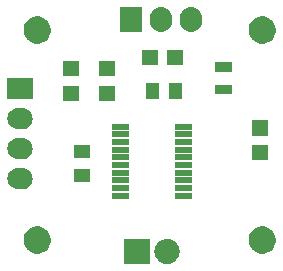
<source format=gts>
G04 #@! TF.FileFunction,Soldermask,Top*
%FSLAX46Y46*%
G04 Gerber Fmt 4.6, Leading zero omitted, Abs format (unit mm)*
G04 Created by KiCad (PCBNEW 4.0.2-stable) date Wednesday, January 18, 2017 'PMt' 01:23:50 PM*
%MOMM*%
G01*
G04 APERTURE LIST*
%ADD10C,0.100000*%
G04 APERTURE END LIST*
D10*
G36*
X143279963Y-104042321D02*
X143279968Y-104042323D01*
X143280010Y-104042327D01*
X143478902Y-104103894D01*
X143662047Y-104202921D01*
X143822470Y-104335634D01*
X143954060Y-104496980D01*
X144051806Y-104680812D01*
X144111983Y-104880129D01*
X144132300Y-105087338D01*
X144132300Y-105097696D01*
X144132211Y-105110501D01*
X144132210Y-105110507D01*
X144132196Y-105112557D01*
X144108988Y-105319462D01*
X144046034Y-105517919D01*
X143945731Y-105700369D01*
X143811901Y-105859861D01*
X143649640Y-105990322D01*
X143465130Y-106086782D01*
X143265398Y-106145566D01*
X143265362Y-106145569D01*
X143265353Y-106145572D01*
X143058055Y-106164438D01*
X142851037Y-106142679D01*
X142851032Y-106142677D01*
X142850990Y-106142673D01*
X142652098Y-106081106D01*
X142468953Y-105982079D01*
X142308530Y-105849366D01*
X142176940Y-105688020D01*
X142079194Y-105504188D01*
X142019017Y-105304871D01*
X141998700Y-105097662D01*
X141998700Y-105087304D01*
X141998789Y-105074499D01*
X141998790Y-105074493D01*
X141998804Y-105072443D01*
X142022012Y-104865538D01*
X142084966Y-104667081D01*
X142185269Y-104484631D01*
X142319099Y-104325139D01*
X142481360Y-104194678D01*
X142665870Y-104098218D01*
X142865602Y-104039434D01*
X142865638Y-104039431D01*
X142865647Y-104039428D01*
X143072945Y-104020562D01*
X143279963Y-104042321D01*
X143279963Y-104042321D01*
G37*
G36*
X141592300Y-106159300D02*
X139458700Y-106159300D01*
X139458700Y-104025700D01*
X141592300Y-104025700D01*
X141592300Y-106159300D01*
X141592300Y-106159300D01*
G37*
G36*
X132200877Y-102989964D02*
X132421944Y-103035344D01*
X132630000Y-103122802D01*
X132817100Y-103249003D01*
X132976124Y-103409140D01*
X133101013Y-103597115D01*
X133187015Y-103805770D01*
X133230781Y-104026809D01*
X133230781Y-104026814D01*
X133230849Y-104027158D01*
X133227250Y-104284931D01*
X133227173Y-104285269D01*
X133227173Y-104285278D01*
X133177251Y-104505010D01*
X133085459Y-104711178D01*
X132955366Y-104895596D01*
X132791932Y-105051232D01*
X132601380Y-105172161D01*
X132390971Y-105253773D01*
X132168718Y-105292962D01*
X131943080Y-105288235D01*
X131722662Y-105239774D01*
X131515851Y-105149420D01*
X131330535Y-105020622D01*
X131173762Y-104858279D01*
X131051506Y-104668574D01*
X130968424Y-104458734D01*
X130927686Y-104236765D01*
X130930836Y-104011102D01*
X130977759Y-103790347D01*
X131066664Y-103582915D01*
X131194169Y-103396699D01*
X131355413Y-103238797D01*
X131544259Y-103115220D01*
X131753510Y-103030677D01*
X131975193Y-102988389D01*
X132200877Y-102989964D01*
X132200877Y-102989964D01*
G37*
G36*
X151250877Y-102989964D02*
X151471944Y-103035344D01*
X151680000Y-103122802D01*
X151867100Y-103249003D01*
X152026124Y-103409140D01*
X152151013Y-103597115D01*
X152237015Y-103805770D01*
X152280781Y-104026809D01*
X152280781Y-104026814D01*
X152280849Y-104027158D01*
X152277250Y-104284931D01*
X152277173Y-104285269D01*
X152277173Y-104285278D01*
X152227251Y-104505010D01*
X152135459Y-104711178D01*
X152005366Y-104895596D01*
X151841932Y-105051232D01*
X151651380Y-105172161D01*
X151440971Y-105253773D01*
X151218718Y-105292962D01*
X150993080Y-105288235D01*
X150772662Y-105239774D01*
X150565851Y-105149420D01*
X150380535Y-105020622D01*
X150223762Y-104858279D01*
X150101506Y-104668574D01*
X150018424Y-104458734D01*
X149977686Y-104236765D01*
X149980836Y-104011102D01*
X150027759Y-103790347D01*
X150116664Y-103582915D01*
X150244169Y-103396699D01*
X150405413Y-103238797D01*
X150594259Y-103115220D01*
X150803510Y-103030677D01*
X151025193Y-102988389D01*
X151250877Y-102989964D01*
X151250877Y-102989964D01*
G37*
G36*
X145148300Y-100647500D02*
X143776700Y-100647500D01*
X143776700Y-100139500D01*
X145148300Y-100139500D01*
X145148300Y-100647500D01*
X145148300Y-100647500D01*
G37*
G36*
X139814300Y-100647500D02*
X138442700Y-100647500D01*
X138442700Y-100139500D01*
X139814300Y-100139500D01*
X139814300Y-100647500D01*
X139814300Y-100647500D01*
G37*
G36*
X145148300Y-100012500D02*
X143776700Y-100012500D01*
X143776700Y-99504500D01*
X145148300Y-99504500D01*
X145148300Y-100012500D01*
X145148300Y-100012500D01*
G37*
G36*
X139814300Y-100012500D02*
X138442700Y-100012500D01*
X138442700Y-99504500D01*
X139814300Y-99504500D01*
X139814300Y-100012500D01*
X139814300Y-100012500D01*
G37*
G36*
X130787773Y-98018674D02*
X130787779Y-98018675D01*
X130789829Y-98018689D01*
X130967176Y-98038582D01*
X131137282Y-98092543D01*
X131293668Y-98178516D01*
X131430376Y-98293228D01*
X131542199Y-98432308D01*
X131624879Y-98590460D01*
X131675265Y-98761659D01*
X131675268Y-98761690D01*
X131675272Y-98761704D01*
X131691441Y-98939380D01*
X131672792Y-99116818D01*
X131672791Y-99116823D01*
X131672786Y-99116866D01*
X131620014Y-99287344D01*
X131535134Y-99444326D01*
X131421380Y-99581831D01*
X131283083Y-99694623D01*
X131125513Y-99778405D01*
X130954670Y-99829985D01*
X130777062Y-99847400D01*
X130461903Y-99847400D01*
X130451227Y-99847326D01*
X130451221Y-99847325D01*
X130449171Y-99847311D01*
X130271824Y-99827418D01*
X130101718Y-99773457D01*
X129945332Y-99687484D01*
X129808624Y-99572772D01*
X129696801Y-99433692D01*
X129614121Y-99275540D01*
X129563735Y-99104341D01*
X129563732Y-99104310D01*
X129563728Y-99104296D01*
X129547559Y-98926620D01*
X129566208Y-98749182D01*
X129566209Y-98749177D01*
X129566214Y-98749134D01*
X129618986Y-98578656D01*
X129703866Y-98421674D01*
X129817620Y-98284169D01*
X129955917Y-98171377D01*
X130113487Y-98087595D01*
X130284330Y-98036015D01*
X130461938Y-98018600D01*
X130777097Y-98018600D01*
X130787773Y-98018674D01*
X130787773Y-98018674D01*
G37*
G36*
X139814300Y-99352100D02*
X138442700Y-99352100D01*
X138442700Y-98844100D01*
X139814300Y-98844100D01*
X139814300Y-99352100D01*
X139814300Y-99352100D01*
G37*
G36*
X145148300Y-99352100D02*
X143776700Y-99352100D01*
X143776700Y-98844100D01*
X145148300Y-98844100D01*
X145148300Y-99352100D01*
X145148300Y-99352100D01*
G37*
G36*
X136565800Y-99213800D02*
X135214200Y-99213800D01*
X135214200Y-98112200D01*
X136565800Y-98112200D01*
X136565800Y-99213800D01*
X136565800Y-99213800D01*
G37*
G36*
X145148300Y-98717100D02*
X143776700Y-98717100D01*
X143776700Y-98209100D01*
X145148300Y-98209100D01*
X145148300Y-98717100D01*
X145148300Y-98717100D01*
G37*
G36*
X139814300Y-98717100D02*
X138442700Y-98717100D01*
X138442700Y-98209100D01*
X139814300Y-98209100D01*
X139814300Y-98717100D01*
X139814300Y-98717100D01*
G37*
G36*
X139814300Y-98056700D02*
X138442700Y-98056700D01*
X138442700Y-97548700D01*
X139814300Y-97548700D01*
X139814300Y-98056700D01*
X139814300Y-98056700D01*
G37*
G36*
X145148300Y-98056700D02*
X143776700Y-98056700D01*
X143776700Y-97548700D01*
X145148300Y-97548700D01*
X145148300Y-98056700D01*
X145148300Y-98056700D01*
G37*
G36*
X145148300Y-97396300D02*
X143776700Y-97396300D01*
X143776700Y-96888300D01*
X145148300Y-96888300D01*
X145148300Y-97396300D01*
X145148300Y-97396300D01*
G37*
G36*
X139814300Y-97396300D02*
X138442700Y-97396300D01*
X138442700Y-96888300D01*
X139814300Y-96888300D01*
X139814300Y-97396300D01*
X139814300Y-97396300D01*
G37*
G36*
X151589740Y-97393760D02*
X150289260Y-97393760D01*
X150289260Y-96093280D01*
X151589740Y-96093280D01*
X151589740Y-97393760D01*
X151589740Y-97393760D01*
G37*
G36*
X130787773Y-95478674D02*
X130787779Y-95478675D01*
X130789829Y-95478689D01*
X130967176Y-95498582D01*
X131137282Y-95552543D01*
X131293668Y-95638516D01*
X131430376Y-95753228D01*
X131542199Y-95892308D01*
X131624879Y-96050460D01*
X131675265Y-96221659D01*
X131675268Y-96221690D01*
X131675272Y-96221704D01*
X131691441Y-96399380D01*
X131672792Y-96576818D01*
X131672791Y-96576823D01*
X131672786Y-96576866D01*
X131620014Y-96747344D01*
X131535134Y-96904326D01*
X131421380Y-97041831D01*
X131283083Y-97154623D01*
X131125513Y-97238405D01*
X130954670Y-97289985D01*
X130777062Y-97307400D01*
X130461903Y-97307400D01*
X130451227Y-97307326D01*
X130451221Y-97307325D01*
X130449171Y-97307311D01*
X130271824Y-97287418D01*
X130101718Y-97233457D01*
X129945332Y-97147484D01*
X129808624Y-97032772D01*
X129696801Y-96893692D01*
X129614121Y-96735540D01*
X129563735Y-96564341D01*
X129563732Y-96564310D01*
X129563728Y-96564296D01*
X129547559Y-96386620D01*
X129566208Y-96209182D01*
X129566209Y-96209177D01*
X129566214Y-96209134D01*
X129618986Y-96038656D01*
X129703866Y-95881674D01*
X129817620Y-95744169D01*
X129955917Y-95631377D01*
X130113487Y-95547595D01*
X130284330Y-95496015D01*
X130461938Y-95478600D01*
X130777097Y-95478600D01*
X130787773Y-95478674D01*
X130787773Y-95478674D01*
G37*
G36*
X136565800Y-97213800D02*
X135214200Y-97213800D01*
X135214200Y-96112200D01*
X136565800Y-96112200D01*
X136565800Y-97213800D01*
X136565800Y-97213800D01*
G37*
G36*
X145148300Y-96761300D02*
X143776700Y-96761300D01*
X143776700Y-96253300D01*
X145148300Y-96253300D01*
X145148300Y-96761300D01*
X145148300Y-96761300D01*
G37*
G36*
X139814300Y-96761300D02*
X138442700Y-96761300D01*
X138442700Y-96253300D01*
X139814300Y-96253300D01*
X139814300Y-96761300D01*
X139814300Y-96761300D01*
G37*
G36*
X145148300Y-96100900D02*
X143776700Y-96100900D01*
X143776700Y-95592900D01*
X145148300Y-95592900D01*
X145148300Y-96100900D01*
X145148300Y-96100900D01*
G37*
G36*
X139814300Y-96100900D02*
X138442700Y-96100900D01*
X138442700Y-95592900D01*
X139814300Y-95592900D01*
X139814300Y-96100900D01*
X139814300Y-96100900D01*
G37*
G36*
X139814300Y-95440500D02*
X138442700Y-95440500D01*
X138442700Y-94932500D01*
X139814300Y-94932500D01*
X139814300Y-95440500D01*
X139814300Y-95440500D01*
G37*
G36*
X145148300Y-95440500D02*
X143776700Y-95440500D01*
X143776700Y-94932500D01*
X145148300Y-94932500D01*
X145148300Y-95440500D01*
X145148300Y-95440500D01*
G37*
G36*
X151589740Y-95295720D02*
X150289260Y-95295720D01*
X150289260Y-93995240D01*
X151589740Y-93995240D01*
X151589740Y-95295720D01*
X151589740Y-95295720D01*
G37*
G36*
X139814300Y-94805500D02*
X138442700Y-94805500D01*
X138442700Y-94297500D01*
X139814300Y-94297500D01*
X139814300Y-94805500D01*
X139814300Y-94805500D01*
G37*
G36*
X145148300Y-94805500D02*
X143776700Y-94805500D01*
X143776700Y-94297500D01*
X145148300Y-94297500D01*
X145148300Y-94805500D01*
X145148300Y-94805500D01*
G37*
G36*
X130787773Y-92938674D02*
X130787779Y-92938675D01*
X130789829Y-92938689D01*
X130967176Y-92958582D01*
X131137282Y-93012543D01*
X131293668Y-93098516D01*
X131430376Y-93213228D01*
X131542199Y-93352308D01*
X131624879Y-93510460D01*
X131675265Y-93681659D01*
X131675268Y-93681690D01*
X131675272Y-93681704D01*
X131691441Y-93859380D01*
X131672792Y-94036818D01*
X131672791Y-94036823D01*
X131672786Y-94036866D01*
X131620014Y-94207344D01*
X131535134Y-94364326D01*
X131421380Y-94501831D01*
X131283083Y-94614623D01*
X131125513Y-94698405D01*
X130954670Y-94749985D01*
X130777062Y-94767400D01*
X130461903Y-94767400D01*
X130451227Y-94767326D01*
X130451221Y-94767325D01*
X130449171Y-94767311D01*
X130271824Y-94747418D01*
X130101718Y-94693457D01*
X129945332Y-94607484D01*
X129808624Y-94492772D01*
X129696801Y-94353692D01*
X129614121Y-94195540D01*
X129563735Y-94024341D01*
X129563732Y-94024310D01*
X129563728Y-94024296D01*
X129547559Y-93846620D01*
X129566208Y-93669182D01*
X129566209Y-93669177D01*
X129566214Y-93669134D01*
X129618986Y-93498656D01*
X129703866Y-93341674D01*
X129817620Y-93204169D01*
X129955917Y-93091377D01*
X130113487Y-93007595D01*
X130284330Y-92956015D01*
X130461938Y-92938600D01*
X130777097Y-92938600D01*
X130787773Y-92938674D01*
X130787773Y-92938674D01*
G37*
G36*
X135587740Y-92377260D02*
X134287260Y-92377260D01*
X134287260Y-91076780D01*
X135587740Y-91076780D01*
X135587740Y-92377260D01*
X135587740Y-92377260D01*
G37*
G36*
X138635740Y-92377260D02*
X137335260Y-92377260D01*
X137335260Y-91076780D01*
X138635740Y-91076780D01*
X138635740Y-92377260D01*
X138635740Y-92377260D01*
G37*
G36*
X131686300Y-92227400D02*
X129552700Y-92227400D01*
X129552700Y-90398600D01*
X131686300Y-90398600D01*
X131686300Y-92227400D01*
X131686300Y-92227400D01*
G37*
G36*
X144362300Y-92179300D02*
X143260700Y-92179300D01*
X143260700Y-90827700D01*
X144362300Y-90827700D01*
X144362300Y-92179300D01*
X144362300Y-92179300D01*
G37*
G36*
X142362300Y-92179300D02*
X141260700Y-92179300D01*
X141260700Y-90827700D01*
X142362300Y-90827700D01*
X142362300Y-92179300D01*
X142362300Y-92179300D01*
G37*
G36*
X148528800Y-91774800D02*
X147127200Y-91774800D01*
X147127200Y-90973200D01*
X148528800Y-90973200D01*
X148528800Y-91774800D01*
X148528800Y-91774800D01*
G37*
G36*
X138635740Y-90279220D02*
X137335260Y-90279220D01*
X137335260Y-88978740D01*
X138635740Y-88978740D01*
X138635740Y-90279220D01*
X138635740Y-90279220D01*
G37*
G36*
X135587740Y-90279220D02*
X134287260Y-90279220D01*
X134287260Y-88978740D01*
X135587740Y-88978740D01*
X135587740Y-90279220D01*
X135587740Y-90279220D01*
G37*
G36*
X148528800Y-89874800D02*
X147127200Y-89874800D01*
X147127200Y-89073200D01*
X148528800Y-89073200D01*
X148528800Y-89874800D01*
X148528800Y-89874800D01*
G37*
G36*
X142285720Y-89359740D02*
X140985240Y-89359740D01*
X140985240Y-88059260D01*
X142285720Y-88059260D01*
X142285720Y-89359740D01*
X142285720Y-89359740D01*
G37*
G36*
X144383760Y-89359740D02*
X143083280Y-89359740D01*
X143083280Y-88059260D01*
X144383760Y-88059260D01*
X144383760Y-89359740D01*
X144383760Y-89359740D01*
G37*
G36*
X151250877Y-85209964D02*
X151471944Y-85255344D01*
X151680000Y-85342802D01*
X151867100Y-85469003D01*
X152026124Y-85629140D01*
X152151013Y-85817115D01*
X152237015Y-86025770D01*
X152280781Y-86246809D01*
X152280781Y-86246814D01*
X152280849Y-86247158D01*
X152277250Y-86504931D01*
X152277173Y-86505269D01*
X152277173Y-86505278D01*
X152227251Y-86725010D01*
X152135459Y-86931178D01*
X152005366Y-87115596D01*
X151841932Y-87271232D01*
X151651380Y-87392161D01*
X151440971Y-87473773D01*
X151218718Y-87512962D01*
X150993080Y-87508235D01*
X150772662Y-87459774D01*
X150565851Y-87369420D01*
X150380535Y-87240622D01*
X150223762Y-87078279D01*
X150101506Y-86888574D01*
X150018424Y-86678734D01*
X149977686Y-86456765D01*
X149980836Y-86231102D01*
X150027759Y-86010347D01*
X150116664Y-85802915D01*
X150244169Y-85616699D01*
X150405413Y-85458797D01*
X150594259Y-85335220D01*
X150803510Y-85250677D01*
X151025193Y-85208389D01*
X151250877Y-85209964D01*
X151250877Y-85209964D01*
G37*
G36*
X132200877Y-85209964D02*
X132421944Y-85255344D01*
X132630000Y-85342802D01*
X132817100Y-85469003D01*
X132976124Y-85629140D01*
X133101013Y-85817115D01*
X133187015Y-86025770D01*
X133230781Y-86246809D01*
X133230781Y-86246814D01*
X133230849Y-86247158D01*
X133227250Y-86504931D01*
X133227173Y-86505269D01*
X133227173Y-86505278D01*
X133177251Y-86725010D01*
X133085459Y-86931178D01*
X132955366Y-87115596D01*
X132791932Y-87271232D01*
X132601380Y-87392161D01*
X132390971Y-87473773D01*
X132168718Y-87512962D01*
X131943080Y-87508235D01*
X131722662Y-87459774D01*
X131515851Y-87369420D01*
X131330535Y-87240622D01*
X131173762Y-87078279D01*
X131051506Y-86888574D01*
X130968424Y-86678734D01*
X130927686Y-86456765D01*
X130930836Y-86231102D01*
X130977759Y-86010347D01*
X131066664Y-85802915D01*
X131194169Y-85616699D01*
X131355413Y-85458797D01*
X131544259Y-85335220D01*
X131753510Y-85250677D01*
X131975193Y-85208389D01*
X132200877Y-85209964D01*
X132200877Y-85209964D01*
G37*
G36*
X142741318Y-84417708D02*
X142741323Y-84417709D01*
X142741366Y-84417714D01*
X142911844Y-84470486D01*
X143068826Y-84555366D01*
X143206331Y-84669120D01*
X143319123Y-84807417D01*
X143402905Y-84964987D01*
X143454485Y-85135830D01*
X143471900Y-85313438D01*
X143471900Y-85628597D01*
X143471826Y-85639273D01*
X143471825Y-85639279D01*
X143471811Y-85641329D01*
X143451918Y-85818676D01*
X143397957Y-85988782D01*
X143311984Y-86145168D01*
X143197272Y-86281876D01*
X143058192Y-86393699D01*
X142900040Y-86476379D01*
X142728841Y-86526765D01*
X142728810Y-86526768D01*
X142728796Y-86526772D01*
X142551120Y-86542941D01*
X142373682Y-86524292D01*
X142373677Y-86524291D01*
X142373634Y-86524286D01*
X142203156Y-86471514D01*
X142046174Y-86386634D01*
X141908669Y-86272880D01*
X141795877Y-86134583D01*
X141712095Y-85977013D01*
X141660515Y-85806170D01*
X141643100Y-85628562D01*
X141643100Y-85313403D01*
X141643174Y-85302727D01*
X141643175Y-85302721D01*
X141643189Y-85300671D01*
X141663082Y-85123324D01*
X141717043Y-84953218D01*
X141803016Y-84796832D01*
X141917728Y-84660124D01*
X142056808Y-84548301D01*
X142214960Y-84465621D01*
X142386159Y-84415235D01*
X142386190Y-84415232D01*
X142386204Y-84415228D01*
X142563880Y-84399059D01*
X142741318Y-84417708D01*
X142741318Y-84417708D01*
G37*
G36*
X145281318Y-84417708D02*
X145281323Y-84417709D01*
X145281366Y-84417714D01*
X145451844Y-84470486D01*
X145608826Y-84555366D01*
X145746331Y-84669120D01*
X145859123Y-84807417D01*
X145942905Y-84964987D01*
X145994485Y-85135830D01*
X146011900Y-85313438D01*
X146011900Y-85628597D01*
X146011826Y-85639273D01*
X146011825Y-85639279D01*
X146011811Y-85641329D01*
X145991918Y-85818676D01*
X145937957Y-85988782D01*
X145851984Y-86145168D01*
X145737272Y-86281876D01*
X145598192Y-86393699D01*
X145440040Y-86476379D01*
X145268841Y-86526765D01*
X145268810Y-86526768D01*
X145268796Y-86526772D01*
X145091120Y-86542941D01*
X144913682Y-86524292D01*
X144913677Y-86524291D01*
X144913634Y-86524286D01*
X144743156Y-86471514D01*
X144586174Y-86386634D01*
X144448669Y-86272880D01*
X144335877Y-86134583D01*
X144252095Y-85977013D01*
X144200515Y-85806170D01*
X144183100Y-85628562D01*
X144183100Y-85313403D01*
X144183174Y-85302727D01*
X144183175Y-85302721D01*
X144183189Y-85300671D01*
X144203082Y-85123324D01*
X144257043Y-84953218D01*
X144343016Y-84796832D01*
X144457728Y-84660124D01*
X144596808Y-84548301D01*
X144754960Y-84465621D01*
X144926159Y-84415235D01*
X144926190Y-84415232D01*
X144926204Y-84415228D01*
X145103880Y-84399059D01*
X145281318Y-84417708D01*
X145281318Y-84417708D01*
G37*
G36*
X140931900Y-86537800D02*
X139103100Y-86537800D01*
X139103100Y-84404200D01*
X140931900Y-84404200D01*
X140931900Y-86537800D01*
X140931900Y-86537800D01*
G37*
M02*

</source>
